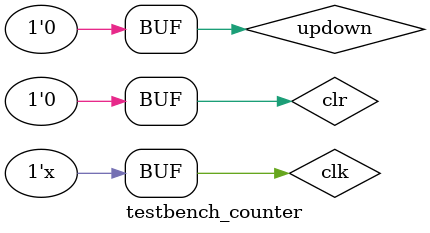
<source format=v>
`timescale 1ns/1ns
module testbench_counter;
	reg clr, updown, clk;
	wire [7:0] Q;
	wire C;
	
	Counter test_counter(clr, updown, clk, Q, C);
	
	always #10 clk = ~clk;
	
	initial
		begin
			clk = 0; clr = 1;
			#20 clr = 0; updown = 1;
			#300 updown = 0;
		end
endmodule

</source>
